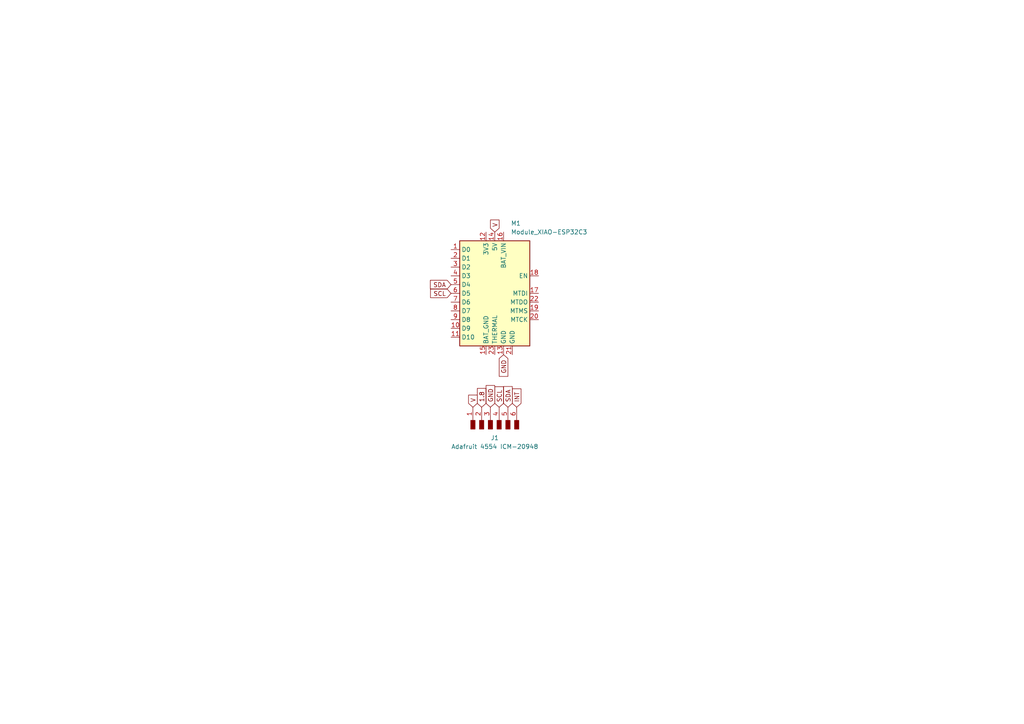
<source format=kicad_sch>
(kicad_sch (version 20250114) (generator "eeschema") (generator_version "9.0")
  (paper "A4")
  (lib_symbols
    (symbol "fab:Module_XIAO-ESP32C3"
      (property "Reference" "M" (at -10.16 16.51 0))
      (property "Value" "Module_XIAO-ESP32C3" (at 3.81 16.51 0))
      (symbol "Module_XIAO-ESP32C3_1_1"
        (rectangle (start -10.16 15.24) (end 10.16 -15.24) (stroke (width 0.254)) (fill (type background)))
        (pin bidirectional line (at -12.7 12.7 0) (length 2.54) (name "D0") (number "1"))
        (pin bidirectional line (at -12.7 10.16 0) (length 2.54) (name "D1") (number "2"))
        (pin bidirectional line (at -12.7 7.62 0) (length 2.54) (name "D2") (number "3"))
        (pin bidirectional line (at -12.7 5.08 0) (length 2.54) (name "D3") (number "4"))
        (pin bidirectional line (at -12.7 2.54 0) (length 2.54) (name "D4") (number "5"))
        (pin bidirectional line (at -12.7 0 0) (length 2.54) (name "D5") (number "6"))
        (pin bidirectional line (at -12.7 -2.54 0) (length 2.54) (name "D6") (number "7"))
        (pin bidirectional line (at -12.7 -5.08 0) (length 2.54) (name "D7") (number "8"))
        (pin bidirectional line (at -12.7 -7.62 0) (length 2.54) (name "D8") (number "9"))
        (pin bidirectional line (at -12.7 -10.16 0) (length 2.54) (name "D9") (number "10"))
        (pin bidirectional line (at -12.7 -12.7 0) (length 2.54) (name "D10") (number "11"))
        (pin power_in line (at -2.54 17.78 270) (length 2.54) (name "3V3") (number "12"))
        (pin power_in line (at -2.54 -17.78 90) (length 2.54) (name "BAT_GND") (number "15"))
        (pin power_in line (at 0 17.78 270) (length 2.54) (name "5V") (number "14"))
        (pin power_in line (at 0 -17.78 90) (length 2.54) (name "THERMAL") (number "23"))
        (pin power_in line (at 2.54 17.78 270) (length 2.54) (name "BAT_VIN") (number "16"))
        (pin power_in line (at 2.54 -17.78 90) (length 2.54) (name "GND") (number "13"))
        (pin power_in line (at 5.08 -17.78 90) (length 2.54) (name "GND") (number "21"))
        (pin input line (at 12.7 5.08 180) (length 2.54) (name "EN") (number "18"))
        (pin input line (at 12.7 0 180) (length 2.54) (name "MTDI") (number "17"))
        (pin output line (at 12.7 -2.54 180) (length 2.54) (name "MTDO") (number "22"))
        (pin input line (at 12.7 -5.08 180) (length 2.54) (name "MTMS") (number "19"))
        (pin input line (at 12.7 -7.62 180) (length 2.54) (name "MTCK") (number "20"))
      )
    )
    (symbol "fab:PinHeader_01x06_P2.54mm_Vertical_THT_D1mm" (pin_names (hide yes))
      (property "Reference" "J" (at 0 7.62 0))
      (property "Value" "PinHeader_01x06_P2.54mm_Vertical_THT_D1mm" (at 0 -10.16 0))
      (symbol "PinHeader_01x06_P2.54mm_Vertical_THT_D1mm_1_1"
        (rectangle (start -1.27 5.715) (end 1.27 4.445) (stroke (width 0.1524)) (fill (type outline)))
        (rectangle (start -1.27 3.175) (end 1.27 1.905) (stroke (width 0.1524)) (fill (type outline)))
        (rectangle (start -1.27 0.635) (end 1.27 -0.635) (stroke (width 0.1524)) (fill (type outline)))
        (rectangle (start -1.27 -1.905) (end 1.27 -3.175) (stroke (width 0.1524)) (fill (type outline)))
        (rectangle (start -1.27 -4.445) (end 1.27 -5.715) (stroke (width 0.1524)) (fill (type outline)))
        (rectangle (start -1.27 -6.985) (end 1.27 -8.255) (stroke (width 0.1524)) (fill (type outline)))
        (pin passive line (at 5.08 5.08 180) (length 3.81) (name "Pin_1") (number "1"))
        (pin passive line (at 5.08 2.54 180) (length 3.81) (name "Pin_2") (number "2"))
        (pin passive line (at 5.08 0 180) (length 3.81) (name "Pin_3") (number "3"))
        (pin passive line (at 5.08 -2.54 180) (length 3.81) (name "Pin_4") (number "4"))
        (pin passive line (at 5.08 -5.08 180) (length 3.81) (name "Pin_5") (number "5"))
        (pin passive line (at 5.08 -7.62 180) (length 3.81) (name "Pin_6") (number "6"))
      )
    )
  )
  (global_label "V" (shape input) (at 137.16 118.11 90) (property "Intersheetrefs" "${INTERSHEET_REFS}" (effects (hide yes))))
  (global_label "GND" (shape input) (at 146.05 102.87 270) (property "Intersheetrefs" "${INTERSHEET_REFS}" (effects (hide yes))))
  (global_label "INT" (shape input) (at 149.86 118.11 90) (property "Intersheetrefs" "${INTERSHEET_REFS}" (effects (hide yes))))
  (global_label "SCL" (shape input) (at 130.81 85.09 180) (property "Intersheetrefs" "${INTERSHEET_REFS}" (effects (hide yes))))
  (global_label "GND" (shape input) (at 142.24 118.11 90) (property "Intersheetrefs" "${INTERSHEET_REFS}" (effects (hide yes))))
  (global_label "SCL" (shape input) (at 144.78 118.11 90) (property "Intersheetrefs" "${INTERSHEET_REFS}" (effects (hide yes))))
  (global_label "SDA" (shape input) (at 147.32 118.11 90) (property "Intersheetrefs" "${INTERSHEET_REFS}" (effects (hide yes))))
  (global_label "SDA" (shape input) (at 130.81 82.55 180) (property "Intersheetrefs" "${INTERSHEET_REFS}" (effects (hide yes))))
  (global_label "1.8" (shape input) (at 139.7 118.11 90) (property "Intersheetrefs" "${INTERSHEET_REFS}" (effects (hide yes))))
  (global_label "V" (shape input) (at 143.51 67.31 90) (property "Intersheetrefs" "${INTERSHEET_REFS}" (effects (hide yes))))
  (symbol (lib_id "fab:PinHeader_01x06_P2.54mm_Vertical_THT_D1mm") (at 142.24 123.19 90) (unit 1)
    (property "Reference" "J1" (at 143.51 127 90))
    (property "Value" "Adafruit 4554 ICM-20948" (at 143.51 129.54 90))
    (property "Footprint" "fab:PinHeader_01x06_P2.54mm_Vertical_THT_D1mm" (effects (hide yes)))
    (property "Datasheet" "https://media.digikey.com/PDF/Data%20Sheets/Sullins%20PDFs/xRxCzzzSxxN-RC_ST_11635-B.pdf" (effects (hide yes)))
    (property "Description" "Connector Header Through Hole 6 positions 0.100\" (2.54mm)" (effects (hide yes)))
  )
  (symbol (lib_id "fab:Module_XIAO-ESP32C3") (at 143.51 85.09 0) (unit 1)
    (property "Reference" "M1" (at 148.1933 64.77 0) (effects (justify left)))
    (property "Value" "Module_XIAO-ESP32C3" (at 148.1933 67.31 0) (effects (justify left)))
    (property "Footprint" "fab:SeeedStudio_XIAO_ESP32C3" (effects (hide yes)))
    (property "Datasheet" "https://wiki.seeedstudio.com/XIAO_ESP32C3_Getting_Started/" (effects (hide yes)))
    (property "Description" "ESP32-C3 Transceiver; 802.11 a/b/g/n (Wi-Fi, WiFi, WLAN), Bluetooth® Smart 4.x Low Energy (BLE) 2.4GHz Evaluation Board" (effects (hide yes)))
  )
)
</source>
